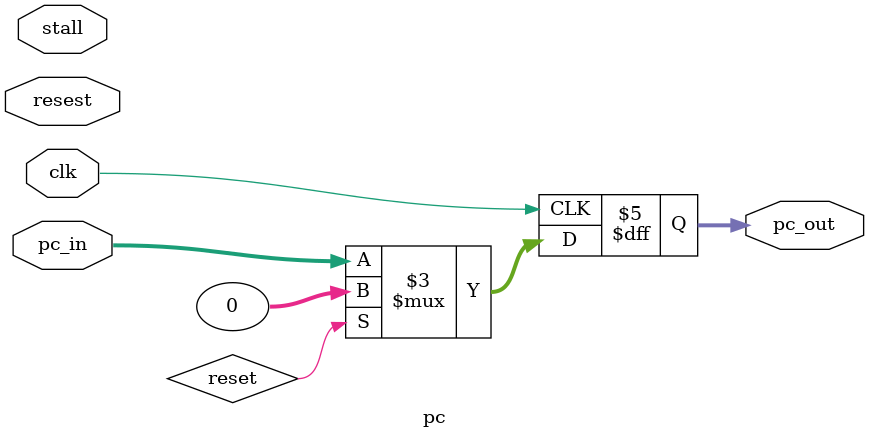
<source format=sv>

`include "defs.svh"

module pc #(
    parameter WIDTH = 32
) (
    input logic clk,
    input logic resest,
    input logic stall,
    input logic [31:0] pc_in,
    output logic [31:0] pc_out
);

  always_ff @(posedge clk) begin
    if (reset) pc_out <= 32'b0;
    else pc_out <= pc_in;
  end

endmodule

</source>
